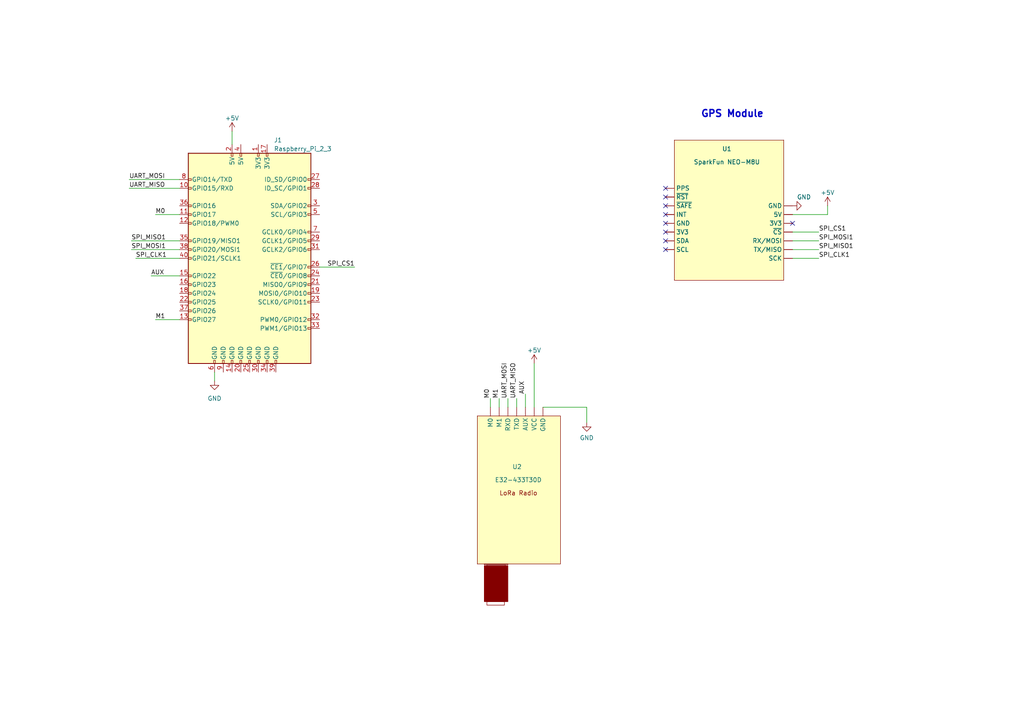
<source format=kicad_sch>
(kicad_sch (version 20230121) (generator eeschema)

  (uuid b21064b5-e566-45c2-aad3-e070cecbf671)

  (paper "A4")

  (lib_symbols
    (symbol "Connector:Raspberry_Pi_2_3" (pin_names (offset 1.016)) (in_bom yes) (on_board yes)
      (property "Reference" "J" (at -17.78 31.75 0)
        (effects (font (size 1.27 1.27)) (justify left bottom))
      )
      (property "Value" "Raspberry_Pi_2_3" (at 10.16 -31.75 0)
        (effects (font (size 1.27 1.27)) (justify left top))
      )
      (property "Footprint" "" (at 0 0 0)
        (effects (font (size 1.27 1.27)) hide)
      )
      (property "Datasheet" "https://www.raspberrypi.org/documentation/hardware/raspberrypi/schematics/rpi_SCH_3bplus_1p0_reduced.pdf" (at 0 0 0)
        (effects (font (size 1.27 1.27)) hide)
      )
      (property "ki_keywords" "raspberrypi gpio" (at 0 0 0)
        (effects (font (size 1.27 1.27)) hide)
      )
      (property "ki_description" "expansion header for Raspberry Pi 2 & 3" (at 0 0 0)
        (effects (font (size 1.27 1.27)) hide)
      )
      (property "ki_fp_filters" "PinHeader*2x20*P2.54mm*Vertical* PinSocket*2x20*P2.54mm*Vertical*" (at 0 0 0)
        (effects (font (size 1.27 1.27)) hide)
      )
      (symbol "Raspberry_Pi_2_3_0_1"
        (rectangle (start -17.78 30.48) (end 17.78 -30.48)
          (stroke (width 0.254) (type default))
          (fill (type background))
        )
      )
      (symbol "Raspberry_Pi_2_3_1_1"
        (rectangle (start -16.891 -17.526) (end -17.78 -18.034)
          (stroke (width 0) (type default))
          (fill (type none))
        )
        (rectangle (start -16.891 -14.986) (end -17.78 -15.494)
          (stroke (width 0) (type default))
          (fill (type none))
        )
        (rectangle (start -16.891 -12.446) (end -17.78 -12.954)
          (stroke (width 0) (type default))
          (fill (type none))
        )
        (rectangle (start -16.891 -9.906) (end -17.78 -10.414)
          (stroke (width 0) (type default))
          (fill (type none))
        )
        (rectangle (start -16.891 -7.366) (end -17.78 -7.874)
          (stroke (width 0) (type default))
          (fill (type none))
        )
        (rectangle (start -16.891 -4.826) (end -17.78 -5.334)
          (stroke (width 0) (type default))
          (fill (type none))
        )
        (rectangle (start -16.891 0.254) (end -17.78 -0.254)
          (stroke (width 0) (type default))
          (fill (type none))
        )
        (rectangle (start -16.891 2.794) (end -17.78 2.286)
          (stroke (width 0) (type default))
          (fill (type none))
        )
        (rectangle (start -16.891 5.334) (end -17.78 4.826)
          (stroke (width 0) (type default))
          (fill (type none))
        )
        (rectangle (start -16.891 10.414) (end -17.78 9.906)
          (stroke (width 0) (type default))
          (fill (type none))
        )
        (rectangle (start -16.891 12.954) (end -17.78 12.446)
          (stroke (width 0) (type default))
          (fill (type none))
        )
        (rectangle (start -16.891 15.494) (end -17.78 14.986)
          (stroke (width 0) (type default))
          (fill (type none))
        )
        (rectangle (start -16.891 20.574) (end -17.78 20.066)
          (stroke (width 0) (type default))
          (fill (type none))
        )
        (rectangle (start -16.891 23.114) (end -17.78 22.606)
          (stroke (width 0) (type default))
          (fill (type none))
        )
        (rectangle (start -10.414 -29.591) (end -9.906 -30.48)
          (stroke (width 0) (type default))
          (fill (type none))
        )
        (rectangle (start -7.874 -29.591) (end -7.366 -30.48)
          (stroke (width 0) (type default))
          (fill (type none))
        )
        (rectangle (start -5.334 -29.591) (end -4.826 -30.48)
          (stroke (width 0) (type default))
          (fill (type none))
        )
        (rectangle (start -5.334 30.48) (end -4.826 29.591)
          (stroke (width 0) (type default))
          (fill (type none))
        )
        (rectangle (start -2.794 -29.591) (end -2.286 -30.48)
          (stroke (width 0) (type default))
          (fill (type none))
        )
        (rectangle (start -2.794 30.48) (end -2.286 29.591)
          (stroke (width 0) (type default))
          (fill (type none))
        )
        (rectangle (start -0.254 -29.591) (end 0.254 -30.48)
          (stroke (width 0) (type default))
          (fill (type none))
        )
        (rectangle (start 2.286 -29.591) (end 2.794 -30.48)
          (stroke (width 0) (type default))
          (fill (type none))
        )
        (rectangle (start 2.286 30.48) (end 2.794 29.591)
          (stroke (width 0) (type default))
          (fill (type none))
        )
        (rectangle (start 4.826 -29.591) (end 5.334 -30.48)
          (stroke (width 0) (type default))
          (fill (type none))
        )
        (rectangle (start 4.826 30.48) (end 5.334 29.591)
          (stroke (width 0) (type default))
          (fill (type none))
        )
        (rectangle (start 7.366 -29.591) (end 7.874 -30.48)
          (stroke (width 0) (type default))
          (fill (type none))
        )
        (rectangle (start 17.78 -20.066) (end 16.891 -20.574)
          (stroke (width 0) (type default))
          (fill (type none))
        )
        (rectangle (start 17.78 -17.526) (end 16.891 -18.034)
          (stroke (width 0) (type default))
          (fill (type none))
        )
        (rectangle (start 17.78 -12.446) (end 16.891 -12.954)
          (stroke (width 0) (type default))
          (fill (type none))
        )
        (rectangle (start 17.78 -9.906) (end 16.891 -10.414)
          (stroke (width 0) (type default))
          (fill (type none))
        )
        (rectangle (start 17.78 -7.366) (end 16.891 -7.874)
          (stroke (width 0) (type default))
          (fill (type none))
        )
        (rectangle (start 17.78 -4.826) (end 16.891 -5.334)
          (stroke (width 0) (type default))
          (fill (type none))
        )
        (rectangle (start 17.78 -2.286) (end 16.891 -2.794)
          (stroke (width 0) (type default))
          (fill (type none))
        )
        (rectangle (start 17.78 2.794) (end 16.891 2.286)
          (stroke (width 0) (type default))
          (fill (type none))
        )
        (rectangle (start 17.78 5.334) (end 16.891 4.826)
          (stroke (width 0) (type default))
          (fill (type none))
        )
        (rectangle (start 17.78 7.874) (end 16.891 7.366)
          (stroke (width 0) (type default))
          (fill (type none))
        )
        (rectangle (start 17.78 12.954) (end 16.891 12.446)
          (stroke (width 0) (type default))
          (fill (type none))
        )
        (rectangle (start 17.78 15.494) (end 16.891 14.986)
          (stroke (width 0) (type default))
          (fill (type none))
        )
        (rectangle (start 17.78 20.574) (end 16.891 20.066)
          (stroke (width 0) (type default))
          (fill (type none))
        )
        (rectangle (start 17.78 23.114) (end 16.891 22.606)
          (stroke (width 0) (type default))
          (fill (type none))
        )
        (pin power_in line (at 2.54 33.02 270) (length 2.54)
          (name "3V3" (effects (font (size 1.27 1.27))))
          (number "1" (effects (font (size 1.27 1.27))))
        )
        (pin bidirectional line (at -20.32 20.32 0) (length 2.54)
          (name "GPIO15/RXD" (effects (font (size 1.27 1.27))))
          (number "10" (effects (font (size 1.27 1.27))))
        )
        (pin bidirectional line (at -20.32 12.7 0) (length 2.54)
          (name "GPIO17" (effects (font (size 1.27 1.27))))
          (number "11" (effects (font (size 1.27 1.27))))
        )
        (pin bidirectional line (at -20.32 10.16 0) (length 2.54)
          (name "GPIO18/PWM0" (effects (font (size 1.27 1.27))))
          (number "12" (effects (font (size 1.27 1.27))))
        )
        (pin bidirectional line (at -20.32 -17.78 0) (length 2.54)
          (name "GPIO27" (effects (font (size 1.27 1.27))))
          (number "13" (effects (font (size 1.27 1.27))))
        )
        (pin power_in line (at -5.08 -33.02 90) (length 2.54)
          (name "GND" (effects (font (size 1.27 1.27))))
          (number "14" (effects (font (size 1.27 1.27))))
        )
        (pin bidirectional line (at -20.32 -5.08 0) (length 2.54)
          (name "GPIO22" (effects (font (size 1.27 1.27))))
          (number "15" (effects (font (size 1.27 1.27))))
        )
        (pin bidirectional line (at -20.32 -7.62 0) (length 2.54)
          (name "GPIO23" (effects (font (size 1.27 1.27))))
          (number "16" (effects (font (size 1.27 1.27))))
        )
        (pin power_in line (at 5.08 33.02 270) (length 2.54)
          (name "3V3" (effects (font (size 1.27 1.27))))
          (number "17" (effects (font (size 1.27 1.27))))
        )
        (pin bidirectional line (at -20.32 -10.16 0) (length 2.54)
          (name "GPIO24" (effects (font (size 1.27 1.27))))
          (number "18" (effects (font (size 1.27 1.27))))
        )
        (pin bidirectional line (at 20.32 -10.16 180) (length 2.54)
          (name "MOSI0/GPIO10" (effects (font (size 1.27 1.27))))
          (number "19" (effects (font (size 1.27 1.27))))
        )
        (pin power_in line (at -5.08 33.02 270) (length 2.54)
          (name "5V" (effects (font (size 1.27 1.27))))
          (number "2" (effects (font (size 1.27 1.27))))
        )
        (pin power_in line (at -2.54 -33.02 90) (length 2.54)
          (name "GND" (effects (font (size 1.27 1.27))))
          (number "20" (effects (font (size 1.27 1.27))))
        )
        (pin bidirectional line (at 20.32 -7.62 180) (length 2.54)
          (name "MISO0/GPIO9" (effects (font (size 1.27 1.27))))
          (number "21" (effects (font (size 1.27 1.27))))
        )
        (pin bidirectional line (at -20.32 -12.7 0) (length 2.54)
          (name "GPIO25" (effects (font (size 1.27 1.27))))
          (number "22" (effects (font (size 1.27 1.27))))
        )
        (pin bidirectional line (at 20.32 -12.7 180) (length 2.54)
          (name "SCLK0/GPIO11" (effects (font (size 1.27 1.27))))
          (number "23" (effects (font (size 1.27 1.27))))
        )
        (pin bidirectional line (at 20.32 -5.08 180) (length 2.54)
          (name "~{CE0}/GPIO8" (effects (font (size 1.27 1.27))))
          (number "24" (effects (font (size 1.27 1.27))))
        )
        (pin power_in line (at 0 -33.02 90) (length 2.54)
          (name "GND" (effects (font (size 1.27 1.27))))
          (number "25" (effects (font (size 1.27 1.27))))
        )
        (pin bidirectional line (at 20.32 -2.54 180) (length 2.54)
          (name "~{CE1}/GPIO7" (effects (font (size 1.27 1.27))))
          (number "26" (effects (font (size 1.27 1.27))))
        )
        (pin bidirectional line (at 20.32 22.86 180) (length 2.54)
          (name "ID_SD/GPIO0" (effects (font (size 1.27 1.27))))
          (number "27" (effects (font (size 1.27 1.27))))
        )
        (pin bidirectional line (at 20.32 20.32 180) (length 2.54)
          (name "ID_SC/GPIO1" (effects (font (size 1.27 1.27))))
          (number "28" (effects (font (size 1.27 1.27))))
        )
        (pin bidirectional line (at 20.32 5.08 180) (length 2.54)
          (name "GCLK1/GPIO5" (effects (font (size 1.27 1.27))))
          (number "29" (effects (font (size 1.27 1.27))))
        )
        (pin bidirectional line (at 20.32 15.24 180) (length 2.54)
          (name "SDA/GPIO2" (effects (font (size 1.27 1.27))))
          (number "3" (effects (font (size 1.27 1.27))))
        )
        (pin power_in line (at 2.54 -33.02 90) (length 2.54)
          (name "GND" (effects (font (size 1.27 1.27))))
          (number "30" (effects (font (size 1.27 1.27))))
        )
        (pin bidirectional line (at 20.32 2.54 180) (length 2.54)
          (name "GCLK2/GPIO6" (effects (font (size 1.27 1.27))))
          (number "31" (effects (font (size 1.27 1.27))))
        )
        (pin bidirectional line (at 20.32 -17.78 180) (length 2.54)
          (name "PWM0/GPIO12" (effects (font (size 1.27 1.27))))
          (number "32" (effects (font (size 1.27 1.27))))
        )
        (pin bidirectional line (at 20.32 -20.32 180) (length 2.54)
          (name "PWM1/GPIO13" (effects (font (size 1.27 1.27))))
          (number "33" (effects (font (size 1.27 1.27))))
        )
        (pin power_in line (at 5.08 -33.02 90) (length 2.54)
          (name "GND" (effects (font (size 1.27 1.27))))
          (number "34" (effects (font (size 1.27 1.27))))
        )
        (pin bidirectional line (at -20.32 5.08 0) (length 2.54)
          (name "GPIO19/MISO1" (effects (font (size 1.27 1.27))))
          (number "35" (effects (font (size 1.27 1.27))))
        )
        (pin bidirectional line (at -20.32 15.24 0) (length 2.54)
          (name "GPIO16" (effects (font (size 1.27 1.27))))
          (number "36" (effects (font (size 1.27 1.27))))
        )
        (pin bidirectional line (at -20.32 -15.24 0) (length 2.54)
          (name "GPIO26" (effects (font (size 1.27 1.27))))
          (number "37" (effects (font (size 1.27 1.27))))
        )
        (pin bidirectional line (at -20.32 2.54 0) (length 2.54)
          (name "GPIO20/MOSI1" (effects (font (size 1.27 1.27))))
          (number "38" (effects (font (size 1.27 1.27))))
        )
        (pin power_in line (at 7.62 -33.02 90) (length 2.54)
          (name "GND" (effects (font (size 1.27 1.27))))
          (number "39" (effects (font (size 1.27 1.27))))
        )
        (pin power_in line (at -2.54 33.02 270) (length 2.54)
          (name "5V" (effects (font (size 1.27 1.27))))
          (number "4" (effects (font (size 1.27 1.27))))
        )
        (pin bidirectional line (at -20.32 0 0) (length 2.54)
          (name "GPIO21/SCLK1" (effects (font (size 1.27 1.27))))
          (number "40" (effects (font (size 1.27 1.27))))
        )
        (pin bidirectional line (at 20.32 12.7 180) (length 2.54)
          (name "SCL/GPIO3" (effects (font (size 1.27 1.27))))
          (number "5" (effects (font (size 1.27 1.27))))
        )
        (pin power_in line (at -10.16 -33.02 90) (length 2.54)
          (name "GND" (effects (font (size 1.27 1.27))))
          (number "6" (effects (font (size 1.27 1.27))))
        )
        (pin bidirectional line (at 20.32 7.62 180) (length 2.54)
          (name "GCLK0/GPIO4" (effects (font (size 1.27 1.27))))
          (number "7" (effects (font (size 1.27 1.27))))
        )
        (pin bidirectional line (at -20.32 22.86 0) (length 2.54)
          (name "GPIO14/TXD" (effects (font (size 1.27 1.27))))
          (number "8" (effects (font (size 1.27 1.27))))
        )
        (pin power_in line (at -7.62 -33.02 90) (length 2.54)
          (name "GND" (effects (font (size 1.27 1.27))))
          (number "9" (effects (font (size 1.27 1.27))))
        )
      )
    )
    (symbol "LoraRadio:E32-433T30D" (in_bom yes) (on_board yes)
      (property "Reference" "U" (at 0.508 6.35 0)
        (effects (font (size 1.27 1.27)))
      )
      (property "Value" "E32-433T30D" (at 0.254 3.81 0)
        (effects (font (size 1.27 1.27)))
      )
      (property "Footprint" "" (at -11.43 -19.304 0)
        (effects (font (size 1.27 1.27)) hide)
      )
      (property "Datasheet" "" (at -11.43 -19.304 0)
        (effects (font (size 1.27 1.27)) hide)
      )
      (property "ki_description" "LoRa Radio" (at 0 0 0)
        (effects (font (size 1.27 1.27)) hide)
      )
      (symbol "E32-433T30D_0_0"
        (pin output line (at 2.54 26.162 270) (length 2.54)
          (name "AUX" (effects (font (size 1.27 1.27))))
          (number "" (effects (font (size 1.27 1.27))))
        )
        (pin input line (at 7.62 26.162 270) (length 2.54)
          (name "GND" (effects (font (size 1.27 1.27))))
          (number "" (effects (font (size 1.27 1.27))))
        )
        (pin input line (at -7.62 26.162 270) (length 2.54)
          (name "M0" (effects (font (size 1.27 1.27))))
          (number "" (effects (font (size 1.27 1.27))))
        )
        (pin input line (at -5.08 26.162 270) (length 2.54)
          (name "M1" (effects (font (size 1.27 1.27))))
          (number "" (effects (font (size 1.27 1.27))))
        )
        (pin input line (at -2.54 26.162 270) (length 2.54)
          (name "RXD" (effects (font (size 1.27 1.27))))
          (number "" (effects (font (size 1.27 1.27))))
        )
        (pin output line (at 0 26.162 270) (length 2.54)
          (name "TXD" (effects (font (size 1.27 1.27))))
          (number "" (effects (font (size 1.27 1.27))))
        )
        (pin input line (at 5.08 26.162 270) (length 2.54)
          (name "VCC" (effects (font (size 1.27 1.27))))
          (number "" (effects (font (size 1.27 1.27))))
        )
      )
      (symbol "E32-433T30D_1_1"
        (rectangle (start -11.43 23.622) (end 12.7 -19.304)
          (stroke (width 0) (type default))
          (fill (type background))
        )
        (rectangle (start -9.398 -19.812) (end -2.54 -30.226)
          (stroke (width 0) (type default))
          (fill (type outline))
        )
        (rectangle (start -9.398 -19.304) (end -2.54 -19.558)
          (stroke (width 0) (type default))
          (fill (type none))
        )
        (rectangle (start -8.636 -30.226) (end -3.556 -31.242)
          (stroke (width 0) (type default))
          (fill (type none))
        )
        (rectangle (start -8.636 -19.558) (end -3.302 -19.812)
          (stroke (width 0) (type default))
          (fill (type none))
        )
        (text "LoRa Radio\n" (at 0.508 1.27 0)
          (effects (font (size 1.27 1.27)))
        )
      )
    )
    (symbol "SparkFun:SparkFun_NEO-M8U" (in_bom yes) (on_board yes)
      (property "Reference" "U" (at 12.7 25.4 0)
        (effects (font (size 1.27 1.27)))
      )
      (property "Value" "SparkFun NEO-M8U" (at 6.35 22.86 0)
        (effects (font (size 1.27 1.27)))
      )
      (property "Footprint" "" (at -17.78 19.05 0)
        (effects (font (size 1.27 1.27)) hide)
      )
      (property "Datasheet" "" (at -17.78 19.05 0)
        (effects (font (size 1.27 1.27)) hide)
      )
      (symbol "SparkFun_NEO-M8U_0_0"
        (pin power_in line (at -17.78 -5.08 0) (length 2.54)
          (name "3V3" (effects (font (size 1.27 1.27))))
          (number "" (effects (font (size 1.27 1.27))))
        )
        (pin power_in line (at 19.05 -2.54 180) (length 2.54)
          (name "3V3" (effects (font (size 1.27 1.27))))
          (number "" (effects (font (size 1.27 1.27))))
        )
        (pin power_in line (at 19.05 0 180) (length 2.54)
          (name "5V" (effects (font (size 1.27 1.27))))
          (number "" (effects (font (size 1.27 1.27))))
        )
        (pin unspecified line (at -17.78 -2.54 0) (length 2.54)
          (name "GND" (effects (font (size 1.27 1.27))))
          (number "" (effects (font (size 1.27 1.27))))
        )
        (pin bidirectional line (at 19.05 2.54 180) (length 2.54)
          (name "GND" (effects (font (size 1.27 1.27))))
          (number "" (effects (font (size 1.27 1.27))))
        )
        (pin input line (at -17.78 0 0) (length 2.54)
          (name "INT" (effects (font (size 1.27 1.27))))
          (number "" (effects (font (size 1.27 1.27))))
        )
        (pin output line (at -17.78 7.62 0) (length 2.54)
          (name "PPS" (effects (font (size 1.27 1.27))))
          (number "" (effects (font (size 1.27 1.27))))
        )
        (pin input line (at 19.05 -7.62 180) (length 2.54)
          (name "RX/MOSI" (effects (font (size 1.27 1.27))))
          (number "" (effects (font (size 1.27 1.27))))
        )
        (pin input line (at 19.05 -12.7 180) (length 2.54)
          (name "SCK" (effects (font (size 1.27 1.27))))
          (number "" (effects (font (size 1.27 1.27))))
        )
        (pin bidirectional line (at -17.78 -10.16 0) (length 2.54)
          (name "SCL" (effects (font (size 1.27 1.27))))
          (number "" (effects (font (size 1.27 1.27))))
        )
        (pin bidirectional line (at -17.78 -7.62 0) (length 2.54)
          (name "SDA" (effects (font (size 1.27 1.27))))
          (number "" (effects (font (size 1.27 1.27))))
        )
        (pin output line (at 19.05 -10.16 180) (length 2.54)
          (name "TX/MISO" (effects (font (size 1.27 1.27))))
          (number "" (effects (font (size 1.27 1.27))))
        )
        (pin input line (at 19.05 -5.08 180) (length 2.54)
          (name "~{CS}" (effects (font (size 1.27 1.27))))
          (number "" (effects (font (size 1.27 1.27))))
        )
        (pin input line (at -17.78 5.08 0) (length 2.54)
          (name "~{RST}" (effects (font (size 1.27 1.27))))
          (number "" (effects (font (size 1.27 1.27))))
        )
        (pin input line (at -17.78 2.54 0) (length 2.54)
          (name "~{SAFE}" (effects (font (size 1.27 1.27))))
          (number "" (effects (font (size 1.27 1.27))))
        )
      )
      (symbol "SparkFun_NEO-M8U_0_1"
        (rectangle (start 16.51 21.59) (end 16.51 21.59)
          (stroke (width 0) (type default))
          (fill (type none))
        )
      )
      (symbol "SparkFun_NEO-M8U_1_1"
        (rectangle (start -15.24 21.59) (end 16.51 -19.05)
          (stroke (width 0) (type default))
          (fill (type background))
        )
      )
    )
    (symbol "power:+5V" (power) (pin_names (offset 0)) (in_bom yes) (on_board yes)
      (property "Reference" "#PWR" (at 0 -3.81 0)
        (effects (font (size 1.27 1.27)) hide)
      )
      (property "Value" "+5V" (at 0 3.556 0)
        (effects (font (size 1.27 1.27)))
      )
      (property "Footprint" "" (at 0 0 0)
        (effects (font (size 1.27 1.27)) hide)
      )
      (property "Datasheet" "" (at 0 0 0)
        (effects (font (size 1.27 1.27)) hide)
      )
      (property "ki_keywords" "global power" (at 0 0 0)
        (effects (font (size 1.27 1.27)) hide)
      )
      (property "ki_description" "Power symbol creates a global label with name \"+5V\"" (at 0 0 0)
        (effects (font (size 1.27 1.27)) hide)
      )
      (symbol "+5V_0_1"
        (polyline
          (pts
            (xy -0.762 1.27)
            (xy 0 2.54)
          )
          (stroke (width 0) (type default))
          (fill (type none))
        )
        (polyline
          (pts
            (xy 0 0)
            (xy 0 2.54)
          )
          (stroke (width 0) (type default))
          (fill (type none))
        )
        (polyline
          (pts
            (xy 0 2.54)
            (xy 0.762 1.27)
          )
          (stroke (width 0) (type default))
          (fill (type none))
        )
      )
      (symbol "+5V_1_1"
        (pin power_in line (at 0 0 90) (length 0) hide
          (name "+5V" (effects (font (size 1.27 1.27))))
          (number "1" (effects (font (size 1.27 1.27))))
        )
      )
    )
    (symbol "power:GND" (power) (pin_names (offset 0)) (in_bom yes) (on_board yes)
      (property "Reference" "#PWR" (at 0 -6.35 0)
        (effects (font (size 1.27 1.27)) hide)
      )
      (property "Value" "GND" (at 0 -3.81 0)
        (effects (font (size 1.27 1.27)))
      )
      (property "Footprint" "" (at 0 0 0)
        (effects (font (size 1.27 1.27)) hide)
      )
      (property "Datasheet" "" (at 0 0 0)
        (effects (font (size 1.27 1.27)) hide)
      )
      (property "ki_keywords" "global power" (at 0 0 0)
        (effects (font (size 1.27 1.27)) hide)
      )
      (property "ki_description" "Power symbol creates a global label with name \"GND\" , ground" (at 0 0 0)
        (effects (font (size 1.27 1.27)) hide)
      )
      (symbol "GND_0_1"
        (polyline
          (pts
            (xy 0 0)
            (xy 0 -1.27)
            (xy 1.27 -1.27)
            (xy 0 -2.54)
            (xy -1.27 -1.27)
            (xy 0 -1.27)
          )
          (stroke (width 0) (type default))
          (fill (type none))
        )
      )
      (symbol "GND_1_1"
        (pin power_in line (at 0 0 270) (length 0) hide
          (name "GND" (effects (font (size 1.27 1.27))))
          (number "1" (effects (font (size 1.27 1.27))))
        )
      )
    )
  )


  (no_connect (at 193.04 54.61) (uuid 5a87872f-ffa9-437e-9ffa-99b4575bb4b8))
  (no_connect (at 193.04 62.23) (uuid 8a61acb9-5614-4e8d-8030-1df2c1670174))
  (no_connect (at 193.04 72.39) (uuid 9442e75f-d158-4bd8-876a-5575b32ec74d))
  (no_connect (at 193.04 69.85) (uuid a3653f74-23b8-42ae-8669-be72d038226d))
  (no_connect (at 193.04 67.31) (uuid be4a1a9a-7eba-42a2-a0f3-91bfc728f608))
  (no_connect (at 193.04 59.69) (uuid c3840589-4d6c-4fd3-a1f9-1c8b5e7c0be1))
  (no_connect (at 229.87 64.77) (uuid d27aaa14-dfd5-444b-8689-610d935ebc41))
  (no_connect (at 193.04 64.77) (uuid e0c825f0-1133-47e1-9377-fc2d06e1e0de))
  (no_connect (at 193.04 57.15) (uuid f51eaa64-80e2-46e5-bcbb-b0dc44eae6b2))

  (wire (pts (xy 154.94 105.41) (xy 154.94 118.11))
    (stroke (width 0) (type default))
    (uuid 0aa8566a-2928-42bb-b4a2-0533e21e66b9)
  )
  (wire (pts (xy 142.24 115.57) (xy 142.24 118.11))
    (stroke (width 0) (type default))
    (uuid 266dcc0f-d0d7-423e-8290-b757d0136c74)
  )
  (wire (pts (xy 170.18 118.11) (xy 170.18 122.555))
    (stroke (width 0) (type default))
    (uuid 35222f30-3bc5-48a7-84f6-e5e7becd3924)
  )
  (wire (pts (xy 52.07 92.71) (xy 45.085 92.71))
    (stroke (width 0) (type default))
    (uuid 38c6907a-b2f7-4f9e-b2cd-2e45e8d9ab57)
  )
  (wire (pts (xy 147.32 115.57) (xy 147.32 118.11))
    (stroke (width 0) (type default))
    (uuid 43ee3bb2-3b75-4ff5-8319-e245c625a457)
  )
  (wire (pts (xy 67.31 38.1) (xy 67.31 41.91))
    (stroke (width 0) (type default))
    (uuid 5b0e06f0-c7bf-4732-9a5d-48586c37d69a)
  )
  (wire (pts (xy 229.87 72.39) (xy 237.49 72.39))
    (stroke (width 0) (type default))
    (uuid 70425aaa-1303-4c77-96d8-a5dee4ec0f09)
  )
  (wire (pts (xy 229.87 67.31) (xy 237.49 67.31))
    (stroke (width 0) (type default))
    (uuid 753bf68f-7464-4848-841b-4901bd9a6cbf)
  )
  (wire (pts (xy 240.03 62.23) (xy 240.03 59.69))
    (stroke (width 0) (type default))
    (uuid 7a41462f-88e4-4536-b4fd-e0e8043e84c2)
  )
  (wire (pts (xy 38.1 72.39) (xy 52.07 72.39))
    (stroke (width 0) (type default))
    (uuid 7b60004c-c15d-4e8f-8b07-7b7b186445d2)
  )
  (wire (pts (xy 149.86 115.57) (xy 149.86 118.11))
    (stroke (width 0) (type default))
    (uuid 7e03ff59-1734-4696-8016-501752ff5f8c)
  )
  (wire (pts (xy 229.87 69.85) (xy 237.49 69.85))
    (stroke (width 0) (type default))
    (uuid 825485c4-b1bc-449c-bb26-ceea748e069a)
  )
  (wire (pts (xy 45.085 62.23) (xy 52.07 62.23))
    (stroke (width 0) (type default))
    (uuid 89c30ddc-0619-4e90-b5a0-d1546d92a805)
  )
  (wire (pts (xy 92.71 77.47) (xy 102.87 77.47))
    (stroke (width 0) (type default))
    (uuid 95ad97d2-2cb9-43b9-8733-f69b7bed9812)
  )
  (wire (pts (xy 152.4 114.3) (xy 152.4 118.11))
    (stroke (width 0) (type default))
    (uuid a40e8aeb-865b-442c-bd49-02f84e6f864b)
  )
  (wire (pts (xy 39.37 74.93) (xy 52.07 74.93))
    (stroke (width 0) (type default))
    (uuid ad8ee04c-9ff1-4874-8403-a0c3e1877f7d)
  )
  (wire (pts (xy 62.23 110.49) (xy 62.23 107.95))
    (stroke (width 0) (type default))
    (uuid b4edc8d8-473f-4777-a850-d2f75f0453e8)
  )
  (wire (pts (xy 144.78 115.57) (xy 144.78 118.11))
    (stroke (width 0) (type default))
    (uuid b8676c90-1f84-4122-b85c-ab7c7e225f21)
  )
  (wire (pts (xy 43.815 80.01) (xy 52.07 80.01))
    (stroke (width 0) (type default))
    (uuid c6ccbabb-2e97-40f7-9f37-1c2730a67cdf)
  )
  (wire (pts (xy 157.48 118.11) (xy 170.18 118.11))
    (stroke (width 0) (type default))
    (uuid c6e20bdc-8adc-4b32-b6a7-60513e645b01)
  )
  (wire (pts (xy 38.1 69.85) (xy 52.07 69.85))
    (stroke (width 0) (type default))
    (uuid da5aa4d7-bb3a-4b42-8b16-9cd90f6a7ef1)
  )
  (wire (pts (xy 37.465 54.61) (xy 52.07 54.61))
    (stroke (width 0) (type default))
    (uuid daba396a-7c76-4d8d-b5ee-661d9ee07e57)
  )
  (wire (pts (xy 229.87 74.93) (xy 237.49 74.93))
    (stroke (width 0) (type default))
    (uuid dee5abc2-30f1-49ea-9c1c-4068ee853351)
  )
  (wire (pts (xy 229.87 62.23) (xy 240.03 62.23))
    (stroke (width 0) (type default))
    (uuid e61f77cb-3f88-4fec-b0dd-2fb2da77ed7f)
  )
  (wire (pts (xy 52.07 52.07) (xy 37.465 52.07))
    (stroke (width 0) (type default))
    (uuid f2a9eca8-0475-47c5-b248-85535a83b504)
  )

  (text "GPS Module\n" (at 203.2 34.29 0)
    (effects (font (size 2 2) (thickness 0.4) bold) (justify left bottom))
    (uuid f92b2a84-a585-42fc-b382-4912af4655f6)
  )

  (label "UART_MISO" (at 149.86 115.57 90) (fields_autoplaced)
    (effects (font (size 1.27 1.27)) (justify left bottom))
    (uuid 15e3281b-27d4-4262-bbb9-1c5f8a6b9013)
  )
  (label "AUX" (at 43.815 80.01 0) (fields_autoplaced)
    (effects (font (size 1.27 1.27)) (justify left bottom))
    (uuid 3c0b793d-a8d5-49d2-b871-b66bbe51a65e)
  )
  (label "SPI_CS1" (at 237.49 67.31 0) (fields_autoplaced)
    (effects (font (size 1.27 1.27)) (justify left bottom))
    (uuid 49618757-42b8-4e97-adf1-e8487c7204b4)
  )
  (label "SPI_CLK1" (at 39.37 74.93 0) (fields_autoplaced)
    (effects (font (size 1.27 1.27)) (justify left bottom))
    (uuid 5b990cda-e96a-4073-8e29-0dac82a47d74)
  )
  (label "UART_MOSI" (at 147.32 115.57 90) (fields_autoplaced)
    (effects (font (size 1.27 1.27)) (justify left bottom))
    (uuid 6213c6a0-5c37-4e7a-b2c2-ca48162dcbaf)
  )
  (label "SPI_MISO1" (at 237.49 72.39 0) (fields_autoplaced)
    (effects (font (size 1.27 1.27)) (justify left bottom))
    (uuid 655c4cd5-cad4-4d82-8b16-57765f5032fe)
  )
  (label "SPI_CLK1" (at 237.49 74.93 0) (fields_autoplaced)
    (effects (font (size 1.27 1.27)) (justify left bottom))
    (uuid 731d2db8-97ec-42aa-8b48-ff750ce1a408)
  )
  (label "M0" (at 142.24 115.57 90) (fields_autoplaced)
    (effects (font (size 1.27 1.27)) (justify left bottom))
    (uuid 7400d6df-1bbb-4aae-9c55-064cf129d0d0)
  )
  (label "AUX" (at 152.4 114.3 90) (fields_autoplaced)
    (effects (font (size 1.27 1.27)) (justify left bottom))
    (uuid 7e99c99d-6455-4e6b-a191-ce8a10fc09b0)
  )
  (label "SPI_CS1" (at 102.87 77.47 180) (fields_autoplaced)
    (effects (font (size 1.27 1.27)) (justify right bottom))
    (uuid 87a0a410-d2a3-4fd3-86fe-327cc1e6c889)
  )
  (label "M1" (at 45.085 92.71 0) (fields_autoplaced)
    (effects (font (size 1.27 1.27)) (justify left bottom))
    (uuid a67f9d9e-caaf-4a38-9383-df95a3e7324a)
  )
  (label "UART_MISO" (at 37.465 54.61 0) (fields_autoplaced)
    (effects (font (size 1.27 1.27)) (justify left bottom))
    (uuid b31b9115-eaab-4e97-92e6-033223861860)
  )
  (label "UART_MOSI" (at 37.465 52.07 0) (fields_autoplaced)
    (effects (font (size 1.27 1.27)) (justify left bottom))
    (uuid b976149d-0435-449e-a510-e0d2dea784ac)
  )
  (label "M1" (at 144.78 115.57 90) (fields_autoplaced)
    (effects (font (size 1.27 1.27)) (justify left bottom))
    (uuid c16a8f62-14a7-4fb5-9540-5af6da6cfbbf)
  )
  (label "SPI_MOSI1" (at 38.1 72.39 0) (fields_autoplaced)
    (effects (font (size 1.27 1.27)) (justify left bottom))
    (uuid e5b7f427-b08e-434b-a1b7-e30d03906273)
  )
  (label "SPI_MISO1" (at 38.1 69.85 0) (fields_autoplaced)
    (effects (font (size 1.27 1.27)) (justify left bottom))
    (uuid e6693f08-c202-4369-a99d-ea345f5223dd)
  )
  (label "SPI_MOSI1" (at 237.49 69.85 0) (fields_autoplaced)
    (effects (font (size 1.27 1.27)) (justify left bottom))
    (uuid efa53bf1-5257-4da4-86b6-7db0dde794a1)
  )
  (label "M0" (at 45.085 62.23 0) (fields_autoplaced)
    (effects (font (size 1.27 1.27)) (justify left bottom))
    (uuid f2af6738-206d-4a01-9622-4dfd75fe03c2)
  )

  (symbol (lib_id "SparkFun:SparkFun_NEO-M8U") (at 210.82 62.23 0) (unit 1)
    (in_bom yes) (on_board yes) (dnp no)
    (uuid 0dad0da0-a0d4-472e-b3a5-1d01a24ecd17)
    (property "Reference" "U1" (at 210.82 43.18 0)
      (effects (font (size 1.27 1.27)))
    )
    (property "Value" "SparkFun NEO-M8U" (at 210.82 46.99 0)
      (effects (font (size 1.27 1.27)))
    )
    (property "Footprint" "SparkFun:SparkFun NEO-M8U Breakout" (at 193.04 43.18 0)
      (effects (font (size 1.27 1.27)) hide)
    )
    (property "Datasheet" "https://www.sparkfun.com/products/16329" (at 193.04 43.18 0)
      (effects (font (size 1.27 1.27)) hide)
    )
    (pin "" (uuid 4b26252e-72fd-41ef-8271-f19f020e4a0d))
    (pin "" (uuid 4b26252e-72fd-41ef-8271-f19f020e4a0d))
    (pin "" (uuid 4b26252e-72fd-41ef-8271-f19f020e4a0d))
    (pin "" (uuid 4b26252e-72fd-41ef-8271-f19f020e4a0d))
    (pin "" (uuid 4b26252e-72fd-41ef-8271-f19f020e4a0d))
    (pin "" (uuid 4b26252e-72fd-41ef-8271-f19f020e4a0d))
    (pin "" (uuid 4b26252e-72fd-41ef-8271-f19f020e4a0d))
    (pin "" (uuid 4b26252e-72fd-41ef-8271-f19f020e4a0d))
    (pin "" (uuid 4b26252e-72fd-41ef-8271-f19f020e4a0d))
    (pin "" (uuid 4b26252e-72fd-41ef-8271-f19f020e4a0d))
    (pin "" (uuid 4b26252e-72fd-41ef-8271-f19f020e4a0d))
    (pin "" (uuid 4b26252e-72fd-41ef-8271-f19f020e4a0d))
    (pin "" (uuid 4b26252e-72fd-41ef-8271-f19f020e4a0d))
    (pin "" (uuid 4b26252e-72fd-41ef-8271-f19f020e4a0d))
    (pin "" (uuid 4b26252e-72fd-41ef-8271-f19f020e4a0d))
    (instances
      (project "RpiBoat"
        (path "/b21064b5-e566-45c2-aad3-e070cecbf671"
          (reference "U1") (unit 1)
        )
      )
    )
  )

  (symbol (lib_id "power:GND") (at 170.18 122.555 0) (unit 1)
    (in_bom yes) (on_board yes) (dnp no) (fields_autoplaced)
    (uuid 29c0080c-ee07-4f9b-8191-263ee0da559c)
    (property "Reference" "#PWR06" (at 170.18 128.905 0)
      (effects (font (size 1.27 1.27)) hide)
    )
    (property "Value" "GND" (at 170.18 127 0)
      (effects (font (size 1.27 1.27)))
    )
    (property "Footprint" "" (at 170.18 122.555 0)
      (effects (font (size 1.27 1.27)) hide)
    )
    (property "Datasheet" "" (at 170.18 122.555 0)
      (effects (font (size 1.27 1.27)) hide)
    )
    (pin "1" (uuid 87fa4754-be61-4a90-b4ef-73e153cac866))
    (instances
      (project "RpiBoat"
        (path "/b21064b5-e566-45c2-aad3-e070cecbf671"
          (reference "#PWR06") (unit 1)
        )
      )
    )
  )

  (symbol (lib_id "power:+5V") (at 154.94 105.41 0) (unit 1)
    (in_bom yes) (on_board yes) (dnp no) (fields_autoplaced)
    (uuid 61c50a6f-693d-4cdf-9c5d-7dfe489eadeb)
    (property "Reference" "#PWR05" (at 154.94 109.22 0)
      (effects (font (size 1.27 1.27)) hide)
    )
    (property "Value" "+5V" (at 154.94 101.6 0)
      (effects (font (size 1.27 1.27)))
    )
    (property "Footprint" "" (at 154.94 105.41 0)
      (effects (font (size 1.27 1.27)) hide)
    )
    (property "Datasheet" "" (at 154.94 105.41 0)
      (effects (font (size 1.27 1.27)) hide)
    )
    (pin "1" (uuid 88639058-63d7-4360-a857-dee449216d62))
    (instances
      (project "RpiBoat"
        (path "/b21064b5-e566-45c2-aad3-e070cecbf671"
          (reference "#PWR05") (unit 1)
        )
      )
    )
  )

  (symbol (lib_id "Connector:Raspberry_Pi_2_3") (at 72.39 74.93 0) (unit 1)
    (in_bom yes) (on_board yes) (dnp no) (fields_autoplaced)
    (uuid 7df0e5d9-08ae-4890-8e1d-89269ca39a48)
    (property "Reference" "J1" (at 79.4259 40.64 0)
      (effects (font (size 1.27 1.27)) (justify left))
    )
    (property "Value" "Raspberry_Pi_2_3" (at 79.4259 43.18 0)
      (effects (font (size 1.27 1.27)) (justify left))
    )
    (property "Footprint" "" (at 72.39 74.93 0)
      (effects (font (size 1.27 1.27)) hide)
    )
    (property "Datasheet" "https://www.raspberrypi.org/documentation/hardware/raspberrypi/schematics/rpi_SCH_3bplus_1p0_reduced.pdf" (at 72.39 74.93 0)
      (effects (font (size 1.27 1.27)) hide)
    )
    (pin "1" (uuid 63977531-5950-4e07-a5a1-19f3c5cbbc18))
    (pin "10" (uuid d6c1bc71-be1b-42fc-aa54-071e3c4130b9))
    (pin "11" (uuid 3c4e0bec-863e-4553-80e3-6bf54f26d447))
    (pin "12" (uuid 501fe4cd-73c4-4b3e-8047-ff2886d7e9a4))
    (pin "13" (uuid 4e3543d3-94cd-4a34-9025-87846044987a))
    (pin "14" (uuid 3de0e0e3-4f91-468d-8d65-ca913a9311b1))
    (pin "15" (uuid 84f17b47-a910-420d-ac35-4deb1f500ab6))
    (pin "16" (uuid 7a2ce36a-682f-4c7f-b238-116e6e6f3bf4))
    (pin "17" (uuid 0dfd6afc-b9a7-401f-aef6-c40ad999d6e5))
    (pin "18" (uuid c8a93e18-2569-4e5f-b0a3-611d4e9ef22b))
    (pin "19" (uuid 87173aa7-55c1-4c5f-a488-9a2b6f73276c))
    (pin "2" (uuid d3a48840-120a-40a2-a7d3-2d5330598f45))
    (pin "20" (uuid c7e32a54-051d-4a81-b249-b176d12fd5b9))
    (pin "21" (uuid 1281bfd1-349b-4f6c-bc72-44802a17b98d))
    (pin "22" (uuid c40e2eda-6785-4906-a847-50ec45430aeb))
    (pin "23" (uuid 36248043-4eec-4fef-9752-d48a14b21aeb))
    (pin "24" (uuid 19e4b97b-4052-420d-aa08-4d2e7e5409c8))
    (pin "25" (uuid a54fabf1-80bc-46c2-862e-f59437b7dd95))
    (pin "26" (uuid 9a67ad0e-9b7d-4bf5-81ec-5a477f6b1812))
    (pin "27" (uuid 3724d520-5d7b-403a-b3cb-2a4b6eab2775))
    (pin "28" (uuid e7122c4d-e882-425d-be1a-55b3ba19044d))
    (pin "29" (uuid d825999f-1f64-4cb9-86f8-e17b0a82b937))
    (pin "3" (uuid c33c3ae0-c9dd-4f75-b8b0-65402256afc8))
    (pin "30" (uuid eefa17e7-9519-4e49-8369-fe38231a3656))
    (pin "31" (uuid f8aeb71a-8b4b-4204-8c92-a7ec89616c51))
    (pin "32" (uuid e5b7d77a-ceca-4f07-bcbf-07672c748f55))
    (pin "33" (uuid a6b7725c-9cc4-43bc-b57c-c927e9192d25))
    (pin "34" (uuid a034816e-591b-49ff-8b1a-b84d3069e67e))
    (pin "35" (uuid 2fc8d9a8-2d7d-48ac-82f3-11b34d35c603))
    (pin "36" (uuid d2e7ff18-7d30-4f71-9a73-0cac2893173c))
    (pin "37" (uuid 1d6030e3-e1b6-482d-9661-be2145c362b7))
    (pin "38" (uuid d638b790-444c-4622-90ea-d8a989155708))
    (pin "39" (uuid 42117a20-466b-4df3-a643-d821dd6de2ea))
    (pin "4" (uuid b06f715b-c73a-4c57-b44e-5f5a4d1fa802))
    (pin "40" (uuid 12903775-7ceb-4a68-9f46-75420dbe7902))
    (pin "5" (uuid dad1a82d-0464-4418-95e8-a33c1868e7e3))
    (pin "6" (uuid abce8bed-6f3f-4aa9-8986-2bd3001a71f1))
    (pin "7" (uuid f98166fc-8949-4da4-8b41-34d95bdb6853))
    (pin "8" (uuid 04cd2f9a-56ec-46c2-a00a-a3a17636637f))
    (pin "9" (uuid 379d2c5d-341c-442e-9c77-0cbce3ef40ff))
    (instances
      (project "RpiBoat"
        (path "/b21064b5-e566-45c2-aad3-e070cecbf671"
          (reference "J1") (unit 1)
        )
      )
    )
  )

  (symbol (lib_id "LoraRadio:E32-433T30D") (at 149.86 144.272 0) (unit 1)
    (in_bom yes) (on_board yes) (dnp no)
    (uuid 868d6ea1-d878-4913-a90c-19fb743fc6f1)
    (property "Reference" "U2" (at 148.59 135.382 0)
      (effects (font (size 1.27 1.27)) (justify left))
    )
    (property "Value" "E32-433T30D" (at 143.51 139.192 0)
      (effects (font (size 1.27 1.27)) (justify left))
    )
    (property "Footprint" "LoraRadio:LoRa Radio" (at 138.43 163.576 0)
      (effects (font (size 1.27 1.27)) hide)
    )
    (property "Datasheet" "https://www.ebyte.com/downpdf.aspx?id=108" (at 138.43 163.576 0)
      (effects (font (size 1.27 1.27)) hide)
    )
    (pin "" (uuid de75cfd2-0746-49c5-a27a-c7e4846f9179))
    (pin "" (uuid de75cfd2-0746-49c5-a27a-c7e4846f9179))
    (pin "" (uuid de75cfd2-0746-49c5-a27a-c7e4846f9179))
    (pin "" (uuid de75cfd2-0746-49c5-a27a-c7e4846f9179))
    (pin "" (uuid de75cfd2-0746-49c5-a27a-c7e4846f9179))
    (pin "" (uuid de75cfd2-0746-49c5-a27a-c7e4846f9179))
    (pin "" (uuid de75cfd2-0746-49c5-a27a-c7e4846f9179))
    (instances
      (project "RpiBoat"
        (path "/b21064b5-e566-45c2-aad3-e070cecbf671"
          (reference "U2") (unit 1)
        )
      )
    )
  )

  (symbol (lib_id "power:GND") (at 62.23 110.49 0) (unit 1)
    (in_bom yes) (on_board yes) (dnp no) (fields_autoplaced)
    (uuid 880e889c-613e-4585-85e3-176783a5146c)
    (property "Reference" "#PWR03" (at 62.23 116.84 0)
      (effects (font (size 1.27 1.27)) hide)
    )
    (property "Value" "GND" (at 62.23 115.57 0)
      (effects (font (size 1.27 1.27)))
    )
    (property "Footprint" "" (at 62.23 110.49 0)
      (effects (font (size 1.27 1.27)) hide)
    )
    (property "Datasheet" "" (at 62.23 110.49 0)
      (effects (font (size 1.27 1.27)) hide)
    )
    (pin "1" (uuid 3c2a36df-83de-4931-80d0-c8b13c918ceb))
    (instances
      (project "RpiBoat"
        (path "/b21064b5-e566-45c2-aad3-e070cecbf671"
          (reference "#PWR03") (unit 1)
        )
      )
    )
  )

  (symbol (lib_id "power:GND") (at 229.87 59.69 90) (unit 1)
    (in_bom yes) (on_board yes) (dnp no)
    (uuid 8950a680-c54c-49bd-92e0-974fe86eecf9)
    (property "Reference" "#PWR04" (at 236.22 59.69 0)
      (effects (font (size 1.27 1.27)) hide)
    )
    (property "Value" "GND" (at 231.14 57.15 90)
      (effects (font (size 1.27 1.27)) (justify right))
    )
    (property "Footprint" "" (at 229.87 59.69 0)
      (effects (font (size 1.27 1.27)) hide)
    )
    (property "Datasheet" "" (at 229.87 59.69 0)
      (effects (font (size 1.27 1.27)) hide)
    )
    (pin "1" (uuid fb19747e-c0b8-48b1-8f01-a93bc19cde02))
    (instances
      (project "RpiBoat"
        (path "/b21064b5-e566-45c2-aad3-e070cecbf671"
          (reference "#PWR04") (unit 1)
        )
      )
    )
  )

  (symbol (lib_id "power:+5V") (at 67.31 38.1 0) (unit 1)
    (in_bom yes) (on_board yes) (dnp no) (fields_autoplaced)
    (uuid b1fdbf99-32ea-4bd2-8536-b6d93cd35d2e)
    (property "Reference" "#PWR02" (at 67.31 41.91 0)
      (effects (font (size 1.27 1.27)) hide)
    )
    (property "Value" "+5V" (at 67.31 34.29 0)
      (effects (font (size 1.27 1.27)))
    )
    (property "Footprint" "" (at 67.31 38.1 0)
      (effects (font (size 1.27 1.27)) hide)
    )
    (property "Datasheet" "" (at 67.31 38.1 0)
      (effects (font (size 1.27 1.27)) hide)
    )
    (pin "1" (uuid 75a92e0b-26a0-44b3-b507-f051ba8d4f34))
    (instances
      (project "RpiBoat"
        (path "/b21064b5-e566-45c2-aad3-e070cecbf671"
          (reference "#PWR02") (unit 1)
        )
      )
    )
  )

  (symbol (lib_id "power:+5V") (at 240.03 59.69 0) (unit 1)
    (in_bom yes) (on_board yes) (dnp no) (fields_autoplaced)
    (uuid f0b4615b-786f-461c-859b-f401dcfb9106)
    (property "Reference" "#PWR01" (at 240.03 63.5 0)
      (effects (font (size 1.27 1.27)) hide)
    )
    (property "Value" "+5V" (at 240.03 55.88 0)
      (effects (font (size 1.27 1.27)))
    )
    (property "Footprint" "" (at 240.03 59.69 0)
      (effects (font (size 1.27 1.27)) hide)
    )
    (property "Datasheet" "" (at 240.03 59.69 0)
      (effects (font (size 1.27 1.27)) hide)
    )
    (pin "1" (uuid 2b55a145-c4ea-49eb-af41-8c87e82e1703))
    (instances
      (project "RpiBoat"
        (path "/b21064b5-e566-45c2-aad3-e070cecbf671"
          (reference "#PWR01") (unit 1)
        )
      )
    )
  )

  (sheet_instances
    (path "/" (page "1"))
  )
)

</source>
